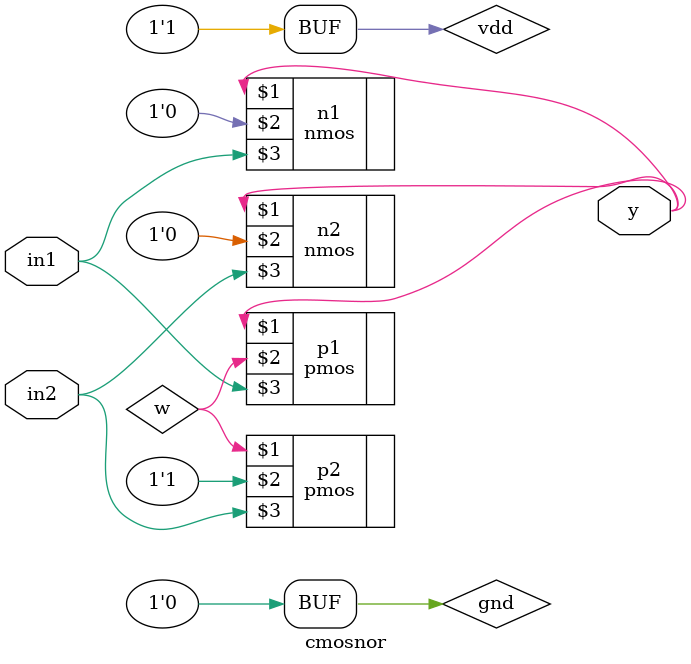
<source format=v>
`timescale 1ns / 1ps


module cmosnor(output y, input in1, in2);
supply1 vdd;
supply0 gnd;
wire w;

    //Logic
    pmos p1(y, w, in1);
    pmos p2(w,vdd,in2);
    
    nmos n1(y, gnd, in1);
    nmos n2(y, gnd, in2);
    
endmodule

</source>
